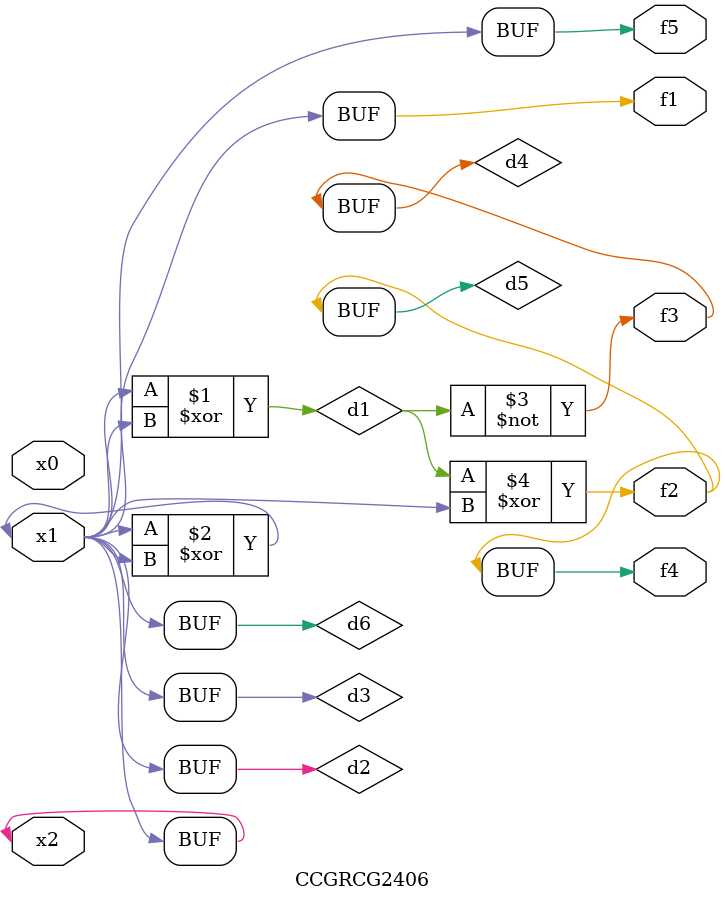
<source format=v>
module CCGRCG2406(
	input x0, x1, x2,
	output f1, f2, f3, f4, f5
);

	wire d1, d2, d3, d4, d5, d6;

	xor (d1, x1, x2);
	buf (d2, x1, x2);
	xor (d3, x1, x2);
	nor (d4, d1);
	xor (d5, d1, d2);
	buf (d6, d2, d3);
	assign f1 = d6;
	assign f2 = d5;
	assign f3 = d4;
	assign f4 = d5;
	assign f5 = d6;
endmodule

</source>
